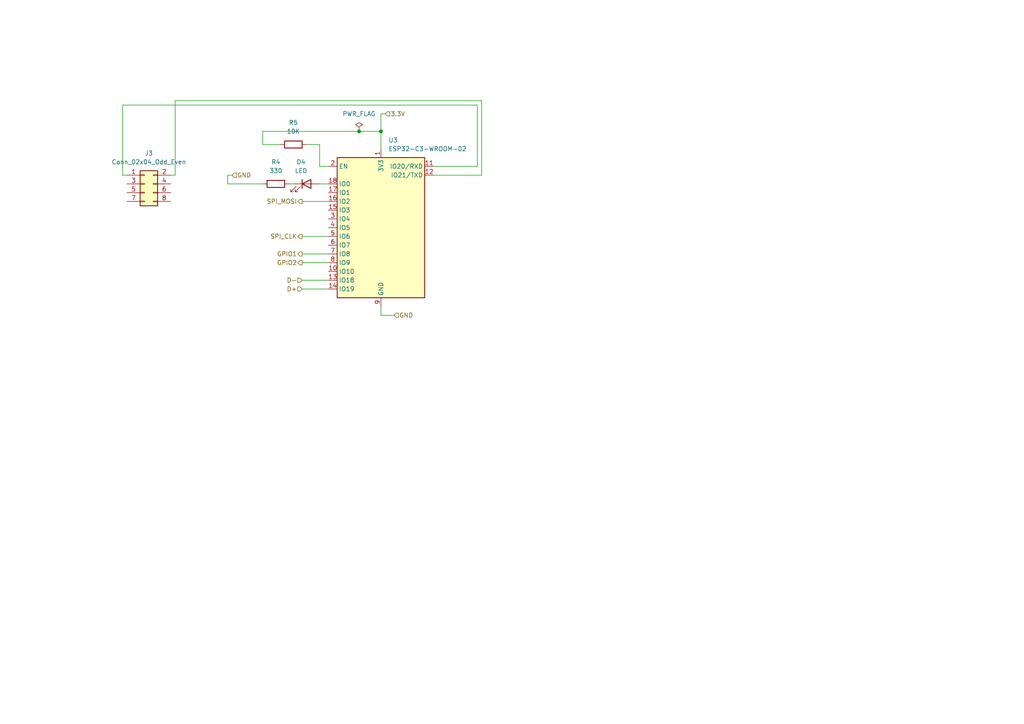
<source format=kicad_sch>
(kicad_sch (version 20250114) (generator "eeschema") (generator_version "9.0")
  (paper "A4")
  (title_block (title "CPU"))
  (lib_symbols
    (symbol "Connector_Generic:Conn_02x04_Odd_Even" (pin_names (offset 1.016) (hide yes))
      (property "Reference" "J" (at 1.27 5.08 0))
      (property "Value" "Conn_02x04_Odd_Even" (at 1.27 -7.62 0))
      (symbol "Conn_02x04_Odd_Even_1_1"
        (rectangle (start -1.27 3.81) (end 3.81 -6.35) (stroke (width 0.254)) (fill (type background)))
        (rectangle (start -1.27 2.667) (end 0 2.413) (stroke (width 0.1524)))
        (rectangle (start -1.27 0.127) (end 0 -0.127) (stroke (width 0.1524)))
        (rectangle (start -1.27 -2.413) (end 0 -2.667) (stroke (width 0.1524)))
        (rectangle (start -1.27 -4.953) (end 0 -5.207) (stroke (width 0.1524)))
        (rectangle (start 3.81 2.667) (end 2.54 2.413) (stroke (width 0.1524)))
        (rectangle (start 3.81 0.127) (end 2.54 -0.127) (stroke (width 0.1524)))
        (rectangle (start 3.81 -2.413) (end 2.54 -2.667) (stroke (width 0.1524)))
        (rectangle (start 3.81 -4.953) (end 2.54 -5.207) (stroke (width 0.1524)))
        (pin passive line (at -5.08 2.54 0) (length 3.81) (name "Pin_1") (number "1"))
        (pin passive line (at -5.08 0 0) (length 3.81) (name "Pin_3") (number "3"))
        (pin passive line (at -5.08 -2.54 0) (length 3.81) (name "Pin_5") (number "5"))
        (pin passive line (at -5.08 -5.08 0) (length 3.81) (name "Pin_7") (number "7"))
        (pin passive line (at 7.62 2.54 180) (length 3.81) (name "Pin_2") (number "2"))
        (pin passive line (at 7.62 0 180) (length 3.81) (name "Pin_4") (number "4"))
        (pin passive line (at 7.62 -2.54 180) (length 3.81) (name "Pin_6") (number "6"))
        (pin passive line (at 7.62 -5.08 180) (length 3.81) (name "Pin_8") (number "8"))
      )
    )
    (symbol "Device:LED" (pin_numbers (hide yes)) (pin_names (offset 1.016) (hide yes))
      (property "Reference" "D" (at 0 2.54 0))
      (property "Value" "LED" (at 0 -2.54 0))
      (symbol "LED_0_1"
        (polyline (pts (xy -3.048 -0.762) (xy -4.572 -2.286) (xy -3.81 -2.286) (xy -4.572 -2.286) (xy -4.572 -1.524)))
        (polyline (pts (xy -1.778 -0.762) (xy -3.302 -2.286) (xy -2.54 -2.286) (xy -3.302 -2.286) (xy -3.302 -1.524)))
        (polyline (pts (xy -1.27 0) (xy 1.27 0)))
        (polyline (pts (xy -1.27 -1.27) (xy -1.27 1.27)) (stroke (width 0.254)))
        (polyline (pts (xy 1.27 -1.27) (xy 1.27 1.27) (xy -1.27 0) (xy 1.27 -1.27)) (stroke (width 0.254)))
      )
      (symbol "LED_1_1"
        (pin passive line (at -3.81 0 0) (length 2.54) (name "K") (number "1"))
        (pin passive line (at 3.81 0 180) (length 2.54) (name "A") (number "2"))
      )
    )
    (symbol "Device:R" (pin_numbers (hide yes)) (pin_names (offset 0))
      (property "Reference" "R" (at 2.032 0 90))
      (property "Value" "R" (at 0 0 90))
      (symbol "R_0_1"
        (rectangle (start -1.016 -2.54) (end 1.016 2.54) (stroke (width 0.254)))
      )
      (symbol "R_1_1"
        (pin passive line (at 0 3.81 270) (length 1.27) (name "~") (number "1"))
        (pin passive line (at 0 -3.81 90) (length 1.27) (name "~") (number "2"))
      )
    )
    (symbol "RF_Module:ESP32-C3-WROOM-02"
      (property "Reference" "U" (at -12.192 21.336 0))
      (property "Value" "ESP32-C3-WROOM-02" (at 12.192 21.336 0))
      (symbol "ESP32-C3-WROOM-02_1_1"
        (rectangle (start -12.7 20.32) (end 12.7 -20.32) (stroke (width 0.254)) (fill (type background)))
        (pin input line (at -15.24 17.78 0) (length 2.54) (name "EN") (number "2"))
        (pin bidirectional line (at -15.24 12.7 0) (length 2.54) (name "IO0") (number "18"))
        (pin bidirectional line (at -15.24 10.16 0) (length 2.54) (name "IO1") (number "17"))
        (pin bidirectional line (at -15.24 7.62 0) (length 2.54) (name "IO2") (number "16"))
        (pin bidirectional line (at -15.24 5.08 0) (length 2.54) (name "IO3") (number "15"))
        (pin bidirectional line (at -15.24 2.54 0) (length 2.54) (name "IO4") (number "3"))
        (pin bidirectional line (at -15.24 0 0) (length 2.54) (name "IO5") (number "4"))
        (pin bidirectional line (at -15.24 -2.54 0) (length 2.54) (name "IO6") (number "5"))
        (pin bidirectional line (at -15.24 -5.08 0) (length 2.54) (name "IO7") (number "6"))
        (pin bidirectional line (at -15.24 -7.62 0) (length 2.54) (name "IO8") (number "7"))
        (pin bidirectional line (at -15.24 -10.16 0) (length 2.54) (name "IO9") (number "8"))
        (pin bidirectional line (at -15.24 -12.7 0) (length 2.54) (name "IO10") (number "10"))
        (pin bidirectional line (at -15.24 -15.24 0) (length 2.54) (name "IO18") (number "13"))
        (pin bidirectional line (at -15.24 -17.78 0) (length 2.54) (name "IO19") (number "14"))
        (pin power_in line (at 0 22.86 270) (length 2.54) (name "3V3") (number "1"))
        (pin passive line (at 0 -22.86 90) (length 2.54) (hide yes) (name "GND") (number "19"))
        (pin power_in line (at 0 -22.86 90) (length 2.54) (name "GND") (number "9"))
        (pin bidirectional line (at 15.24 17.78 180) (length 2.54) (name "IO20/RXD") (number "11"))
        (pin bidirectional line (at 15.24 15.24 180) (length 2.54) (name "IO21/TXD") (number "12"))
      )
    )
    (symbol "power:PWR_FLAG" (power) (pin_numbers (hide yes)) (pin_names (offset 0) (hide yes))
      (property "Value" "PWR_FLAG" (at 0 3.81 0))
      (symbol "PWR_FLAG_0_0"
        (pin power_out line (at 0 0 90) (length 0) (name "~") (number "1"))
      )
      (symbol "PWR_FLAG_0_1"
        (polyline (pts (xy 0 0) (xy 0 1.27) (xy -1.016 1.905) (xy 0 2.54) (xy 1.016 1.905) (xy 0 1.27)))
      )
    )
  )
  (junction (at 104.14 38.1))
  (junction (at 110.49 38.1))
  (wire (pts (xy 87.63 73.66) (xy 95.25 73.66)))
  (wire (pts (xy 50.8 29.21) (xy 50.8 50.8)))
  (wire (pts (xy 125.73 50.8) (xy 139.7 50.8)))
  (wire (pts (xy 125.73 48.26) (xy 138.43 48.26)))
  (wire (pts (xy 66.04 50.8) (xy 67.31 50.8)))
  (wire (pts (xy 110.49 91.44) (xy 114.3 91.44)))
  (wire (pts (xy 92.71 41.91) (xy 92.71 48.26)))
  (wire (pts (xy 35.56 50.8) (xy 36.83 50.8)))
  (wire (pts (xy 87.63 81.28) (xy 95.25 81.28)))
  (wire (pts (xy 87.63 58.42) (xy 95.25 58.42)))
  (wire (pts (xy 35.56 30.48) (xy 138.43 30.48)))
  (wire (pts (xy 66.04 53.34) (xy 76.2 53.34)))
  (wire (pts (xy 138.43 48.26) (xy 138.43 30.48)))
  (wire (pts (xy 85.09 53.34) (xy 83.82 53.34)))
  (wire (pts (xy 87.63 68.58) (xy 95.25 68.58)))
  (wire (pts (xy 50.8 29.21) (xy 139.7 29.21)))
  (wire (pts (xy 110.49 38.1) (xy 110.49 33.02)))
  (wire (pts (xy 66.04 50.8) (xy 66.04 53.34)))
  (wire (pts (xy 110.49 88.9) (xy 110.49 91.44)))
  (wire (pts (xy 81.28 41.91) (xy 76.2 41.91)))
  (wire (pts (xy 35.56 30.48) (xy 35.56 50.8)))
  (wire (pts (xy 49.53 50.8) (xy 50.8 50.8)))
  (wire (pts (xy 104.14 38.1) (xy 110.49 38.1)))
  (wire (pts (xy 92.71 48.26) (xy 95.25 48.26)))
  (wire (pts (xy 76.2 41.91) (xy 76.2 38.1)))
  (wire (pts (xy 110.49 33.02) (xy 111.76 33.02)))
  (wire (pts (xy 76.2 38.1) (xy 104.14 38.1)))
  (wire (pts (xy 87.63 83.82) (xy 95.25 83.82)))
  (wire (pts (xy 92.71 53.34) (xy 95.25 53.34)))
  (wire (pts (xy 139.7 50.8) (xy 139.7 29.21)))
  (wire (pts (xy 87.63 76.2) (xy 95.25 76.2)))
  (wire (pts (xy 110.49 38.1) (xy 110.49 43.18)))
  (wire (pts (xy 88.9 41.91) (xy 92.71 41.91)))
  (hierarchical_label "GPIO1" (shape output) (at 87.63 73.66 180))
  (hierarchical_label "D+" (shape input) (at 87.63 83.82 180))
  (hierarchical_label "GND" (shape input) (at 114.3 91.44 0))
  (hierarchical_label "GND" (shape input) (at 67.31 50.8 0))
  (hierarchical_label "3.3V" (shape input) (at 111.76 33.02 0))
  (hierarchical_label "SPI_MOSI" (shape output) (at 87.63 58.42 180))
  (hierarchical_label "GPIO2" (shape output) (at 87.63 76.2 180))
  (hierarchical_label "D-" (shape input) (at 87.63 81.28 180))
  (hierarchical_label "SPI_CLK" (shape output) (at 87.63 68.58 180))
  (symbol (lib_id "Device:R") (at 85.09 41.91 90) (unit 1)
    (property "Reference" "R5" (at 85.09 35.56 90))
    (property "Value" "10K" (at 85.09 38.1 90))
    (property "Footprint" "Resistor_SMD:R_0805_2012Metric" (effects (hide yes)))
    (property "Description" "Resistor" (effects (hide yes)))
  )
  (symbol (lib_id "Connector_Generic:Conn_02x04_Odd_Even") (at 41.91 53.34 0) (unit 1)
    (property "Reference" "J3" (at 43.18 44.45 0))
    (property "Value" "Conn_02x04_Odd_Even" (at 43.18 46.99 0))
    (property "Footprint" "Connector_PinHeader_2.54mm:PinHeader_2x04_P2.54mm_Vertical" (effects (hide yes)))
    (property "Description" "Generic connector, double row, 02x04, odd/even pin numbering scheme (row 1 odd numbers, row 2 even numbers), script generated (kicad-library-utils/schlib/autogen/connector/)" (effects (hide yes)))
  )
  (symbol (lib_id "RF_Module:ESP32-C3-WROOM-02") (at 110.49 66.04 0) (unit 1)
    (property "Reference" "U3" (at 112.6333 40.64 0) (effects (justify left)))
    (property "Value" "ESP32-C3-WROOM-02" (at 112.6333 43.18 0) (effects (justify left)))
    (property "Footprint" "RF_Module:ESP32-C3-WROOM-02" (effects (hide yes)))
    (property "Datasheet" "https://www.espressif.com/sites/default/files/documentation/esp32-c3-wroom-02_datasheet_en.pdf" (effects (hide yes)))
    (property "Description" "802.11 b/g/n Wi­Fi and Bluetooth 5 module, ESP32­C3 SoC, RISC­V microprocessor, On-board antenna" (effects (hide yes)))
  )
  (symbol (lib_id "power:PWR_FLAG") (at 104.14 38.1 0) (unit 1)
    (property "Reference" "#FLG03" (effects (hide yes)))
    (property "Value" "PWR_FLAG" (at 104.14 33.02 0))
    (property "Description" "Special symbol for telling ERC where power comes from" (effects (hide yes)))
  )
  (symbol (lib_id "Device:LED") (at 88.9 53.34 0) (unit 1)
    (property "Reference" "D4" (at 87.3125 46.99 0))
    (property "Value" "LED" (at 87.3125 49.53 0))
    (property "Footprint" "LED_SMD:LED_1206_3216Metric" (effects (hide yes)))
    (property "Description" "Light emitting diode" (effects (hide yes)))
    (property "Sim.Pins" "1=K 2=A" (effects (hide yes)))
  )
  (symbol (lib_id "Device:R") (at 80.01 53.34 90) (unit 1)
    (property "Reference" "R4" (at 80.01 46.99 90))
    (property "Value" "330" (at 80.01 49.53 90))
    (property "Footprint" "Resistor_SMD:R_1206_3216Metric" (effects (hide yes)))
    (property "Description" "Resistor" (effects (hide yes)))
  )
)
</source>
